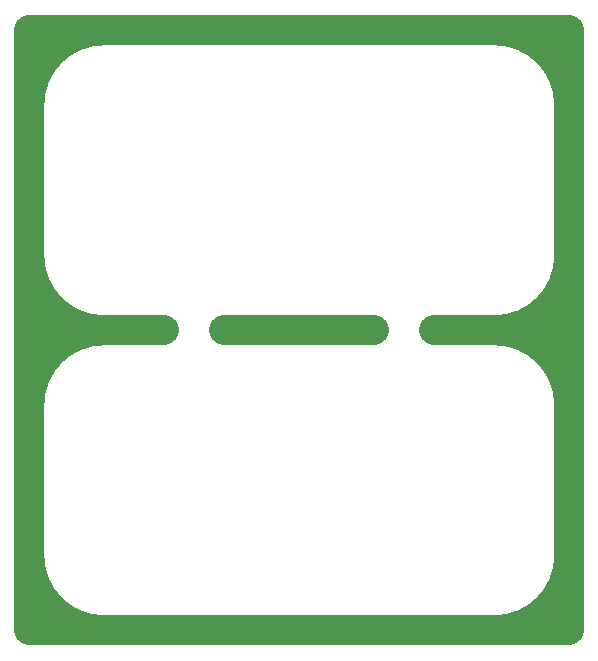
<source format=gm1>
G04 #@! TF.FileFunction,Profile,NP*
%FSLAX46Y46*%
G04 Gerber Fmt 4.6, Leading zero omitted, Abs format (unit mm)*
G04 Created by KiCad (PCBNEW 4.0.6) date 01/19/18 19:38:46*
%MOMM*%
%LPD*%
G01*
G04 APERTURE LIST*
%ADD10C,0.020000*%
%ADD11C,2.540000*%
G04 APERTURE END LIST*
D10*
D11*
X19050000Y-15240000D02*
G75*
G03X12700000Y-21590000I0J-6350000D01*
G01*
X58420000Y-21590000D02*
G75*
G03X52070000Y-15240000I-6350000J0D01*
G01*
X52070000Y-40640000D02*
G75*
G03X58420000Y-34290000I0J6350000D01*
G01*
X12700000Y-34290000D02*
G75*
G03X19050000Y-40640000I6350000J0D01*
G01*
X52070000Y-66040000D02*
G75*
G03X58420000Y-59690000I0J6350000D01*
G01*
X12700000Y-59690000D02*
G75*
G03X19050000Y-66040000I6350000J0D01*
G01*
X19050000Y-40640000D02*
G75*
G03X12700000Y-46990000I0J-6350000D01*
G01*
X58420000Y-46990000D02*
G75*
G03X52070000Y-40640000I-6350000J0D01*
G01*
X58420000Y-15240000D02*
X58420000Y-40640000D01*
X12700000Y-15240000D02*
X58420000Y-15240000D01*
X12700000Y-40640000D02*
X12700000Y-15240000D01*
X12700000Y-66040000D02*
X12700000Y-40640000D01*
X58420000Y-66040000D02*
X12700000Y-66040000D01*
X58420000Y-40640000D02*
X58420000Y-66040000D01*
X24130000Y-40640000D02*
X12700000Y-40640000D01*
X46990000Y-40640000D02*
X58420000Y-40640000D01*
X29210000Y-40640000D02*
X41910000Y-40640000D01*
M02*

</source>
